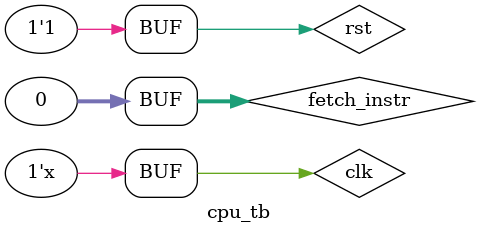
<source format=v>
`timescale 1ns / 1ps

module cpu_tb;

    // Declare the signals that will connect to the cpu inputs and outputs
    reg clk;
    reg rst;
    reg [31:0] fetch_instr;
    wire read_enable;
    wire write_enable;
    wire [14:0] addr;
    wire [14:0] addr_mem;
    wire [31:0] data_out;
    wire [4:0] RFlags;

    // Instantiate the cpu
    cpu u_cpu (
        .clk(clk),
        .rst(rst),
        .fetch_instr(fetch_instr),
        .read_enable(read_enable),
        .write_enable(write_enable),
        .addr(addr),
        .addr_mem(addr_mem),
        .data_out(data_out),
        .RFlags(RFlags)
    );

    initial begin
        // Initialize the signals
        clk = 0;
        rst = 1;
        fetch_instr = 32'b0;

        // Apply the reset
        #10 rst = 0;
        #10 rst = 1;

        // Add your test code here...
        // For example, you can apply some instructions to fetch_instr and check the outputs

    end

    // Generate a clock with a period of 20ns
    always #10 clk = ~clk;

endmodule
</source>
